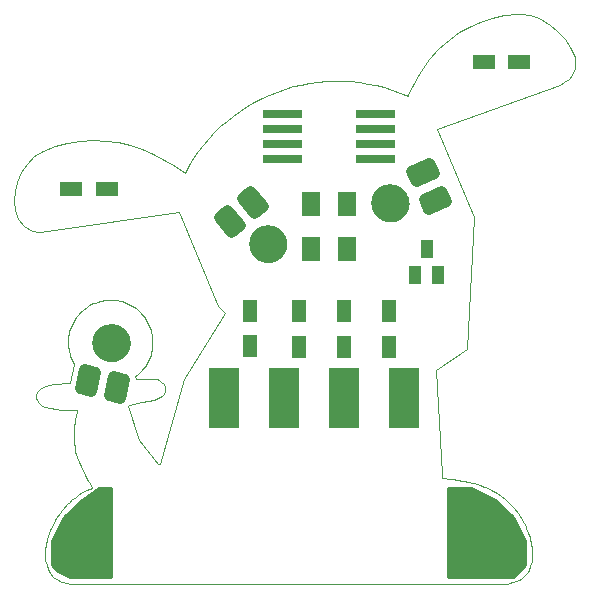
<source format=gbs>
G75*
G70*
%OFA0B0*%
%FSLAX24Y24*%
%IPPOS*%
%LPD*%
%AMOC8*
5,1,8,0,0,1.08239X$1,22.5*
%
%ADD10C,0.0000*%
%ADD11C,0.0100*%
%ADD12R,0.0462X0.0275*%
%ADD13R,0.0462X0.0275*%
%ADD14R,0.0910X0.0280*%
%ADD15C,0.1260*%
%ADD16C,0.0374*%
%ADD17R,0.1040X0.2040*%
%ADD18R,0.0749X0.0512*%
%ADD19R,0.0512X0.0749*%
%ADD20R,0.0631X0.0827*%
%ADD21R,0.0434X0.0591*%
D10*
X001382Y000617D02*
X001342Y000762D01*
X001315Y000858D01*
X001302Y000906D01*
X001299Y001092D01*
X001296Y001216D01*
X001295Y001278D01*
X001329Y001461D01*
X001352Y001583D01*
X001363Y001644D01*
X001427Y001821D01*
X001469Y001939D01*
X001491Y001998D01*
X001580Y002165D01*
X001640Y002277D01*
X001670Y002333D01*
X001784Y002488D01*
X001859Y002592D01*
X001897Y002643D01*
X002035Y002782D01*
X002126Y002875D01*
X002172Y002921D01*
X002331Y003039D01*
X002438Y003118D01*
X002491Y003157D01*
X002670Y003250D01*
X002789Y003311D01*
X002849Y003342D01*
X002774Y003482D01*
X002724Y003576D01*
X002698Y003623D01*
X002626Y003764D01*
X002578Y003858D01*
X002554Y003905D01*
X002487Y004049D01*
X002442Y004145D01*
X002420Y004192D01*
X002363Y004361D01*
X002325Y004474D01*
X002306Y004530D01*
X002278Y004705D01*
X002259Y004821D01*
X002249Y004879D01*
X002246Y005056D01*
X002245Y005174D01*
X002244Y005232D01*
X002264Y005408D01*
X002277Y005525D01*
X002283Y005584D01*
X002320Y005757D01*
X002345Y005873D01*
X002357Y005931D01*
X002323Y005931D01*
X002045Y005940D01*
X001760Y005946D01*
X001717Y005950D01*
X001591Y005968D01*
X001507Y005981D01*
X001464Y005987D01*
X001300Y006042D01*
X001190Y006079D01*
X001078Y006158D01*
X001028Y006248D01*
X000988Y006338D01*
X000988Y006448D01*
X001048Y006573D01*
X001158Y006668D01*
X001313Y006738D01*
X001548Y006788D01*
X002108Y006838D01*
X002258Y007468D01*
X002221Y007533D01*
X002188Y007600D01*
X002158Y007669D01*
X002132Y007739D01*
X002110Y007810D01*
X002092Y007883D01*
X002077Y007956D01*
X002066Y008030D01*
X002060Y008104D01*
X002057Y008179D01*
X002058Y008254D01*
X002064Y008328D01*
X002073Y008403D01*
X002086Y008476D01*
X002103Y008549D01*
X002124Y008621D01*
X002148Y008691D01*
X002176Y008761D01*
X002208Y008828D01*
X002244Y008894D01*
X002283Y008958D01*
X002325Y009020D01*
X002371Y009079D01*
X002419Y009136D01*
X002471Y009190D01*
X002525Y009241D01*
X002582Y009290D01*
X002641Y009335D01*
X002703Y009377D01*
X002767Y009416D01*
X002833Y009451D01*
X002901Y009483D01*
X002970Y009511D01*
X003041Y009536D01*
X003112Y009556D01*
X003185Y009573D01*
X003259Y009586D01*
X003333Y009595D01*
X003408Y009600D01*
X003483Y009601D01*
X003557Y009598D01*
X003632Y009591D01*
X003706Y009580D01*
X003779Y009566D01*
X003851Y009547D01*
X003923Y009525D01*
X003993Y009498D01*
X004061Y009468D01*
X004128Y009435D01*
X004193Y009398D01*
X004256Y009358D01*
X004317Y009314D01*
X004375Y009267D01*
X004431Y009217D01*
X004484Y009165D01*
X004534Y009109D01*
X004581Y009051D01*
X004625Y008991D01*
X004666Y008928D01*
X004703Y008863D01*
X004737Y008797D01*
X004767Y008728D01*
X004794Y008658D01*
X004817Y008587D01*
X004836Y008515D01*
X004851Y008442D01*
X004862Y008368D01*
X004869Y008293D01*
X004873Y008219D01*
X004872Y008144D01*
X004868Y008069D01*
X004859Y007995D01*
X004847Y007921D01*
X004830Y007848D01*
X004810Y007776D01*
X004786Y007706D01*
X004758Y007636D01*
X004727Y007568D01*
X004692Y007502D01*
X004654Y007438D01*
X004612Y007376D01*
X004567Y007316D01*
X004519Y007259D01*
X004468Y007204D01*
X004414Y007153D01*
X004357Y007104D01*
X004298Y007058D01*
X004308Y006968D01*
X004823Y006978D01*
X005008Y006958D01*
X005083Y006918D01*
X005173Y006878D01*
X005258Y006798D01*
X005298Y006688D01*
X005298Y006568D01*
X005258Y006468D01*
X005188Y006398D01*
X005068Y006328D01*
X004918Y006278D01*
X004538Y006198D01*
X004078Y006108D01*
X004058Y006078D01*
X004418Y004938D01*
X005068Y004128D01*
X005128Y004128D01*
X005908Y006958D01*
X006678Y008198D01*
X007288Y009178D01*
X007048Y009408D01*
X005758Y012538D01*
X001118Y011878D01*
X001098Y011878D01*
X000868Y011898D01*
X000588Y012068D01*
X000398Y012308D01*
X000288Y012588D01*
X000258Y012888D01*
X000288Y013218D01*
X000368Y013538D01*
X000428Y013698D01*
X000498Y013848D01*
X000678Y014138D01*
X000918Y014388D01*
X001218Y014568D01*
X001618Y014728D01*
X002028Y014838D01*
X002448Y014908D01*
X002868Y014928D01*
X002918Y014928D01*
X003308Y014908D01*
X003728Y014848D01*
X004128Y014748D01*
X004518Y014618D01*
X004888Y014468D01*
X005258Y014278D01*
X005608Y014068D01*
X005948Y013838D01*
X008108Y011468D02*
X008110Y011517D01*
X008116Y011566D01*
X008126Y011614D01*
X008139Y011661D01*
X008157Y011707D01*
X008178Y011751D01*
X008202Y011794D01*
X008230Y011834D01*
X008261Y011873D01*
X008295Y011908D01*
X008332Y011941D01*
X008371Y011970D01*
X008413Y011996D01*
X008456Y012019D01*
X008502Y012038D01*
X008548Y012054D01*
X008596Y012066D01*
X008644Y012074D01*
X008693Y012078D01*
X008743Y012078D01*
X008792Y012074D01*
X008840Y012066D01*
X008888Y012054D01*
X008934Y012038D01*
X008980Y012019D01*
X009023Y011996D01*
X009065Y011970D01*
X009104Y011941D01*
X009141Y011908D01*
X009175Y011873D01*
X009206Y011834D01*
X009234Y011794D01*
X009258Y011751D01*
X009279Y011707D01*
X009297Y011661D01*
X009310Y011614D01*
X009320Y011566D01*
X009326Y011517D01*
X009328Y011468D01*
X009326Y011419D01*
X009320Y011370D01*
X009310Y011322D01*
X009297Y011275D01*
X009279Y011229D01*
X009258Y011185D01*
X009234Y011142D01*
X009206Y011102D01*
X009175Y011063D01*
X009141Y011028D01*
X009104Y010995D01*
X009065Y010966D01*
X009023Y010940D01*
X008980Y010917D01*
X008934Y010898D01*
X008888Y010882D01*
X008840Y010870D01*
X008792Y010862D01*
X008743Y010858D01*
X008693Y010858D01*
X008644Y010862D01*
X008596Y010870D01*
X008548Y010882D01*
X008502Y010898D01*
X008456Y010917D01*
X008413Y010940D01*
X008371Y010966D01*
X008332Y010995D01*
X008295Y011028D01*
X008261Y011063D01*
X008230Y011102D01*
X008202Y011142D01*
X008178Y011185D01*
X008157Y011229D01*
X008139Y011275D01*
X008126Y011322D01*
X008116Y011370D01*
X008110Y011419D01*
X008108Y011468D01*
X005948Y013838D02*
X006084Y014082D01*
X006232Y014319D01*
X006391Y014549D01*
X006561Y014770D01*
X006741Y014983D01*
X006932Y015187D01*
X007133Y015382D01*
X007342Y015566D01*
X007561Y015740D01*
X007787Y015903D01*
X008022Y016055D01*
X008263Y016196D01*
X008511Y016324D01*
X008765Y016440D01*
X009024Y016544D01*
X009288Y016635D01*
X009557Y016713D01*
X009828Y016778D01*
X010103Y016830D01*
X010379Y016868D01*
X010657Y016892D01*
X010937Y016903D01*
X011216Y016901D01*
X011495Y016885D01*
X011772Y016855D01*
X012048Y016812D01*
X012322Y016755D01*
X012592Y016685D01*
X012859Y016603D01*
X013121Y016507D01*
X013378Y016398D01*
X013373Y016398D02*
X013768Y017138D01*
X014103Y017623D01*
X014388Y017953D01*
X014608Y018163D01*
X015078Y018513D01*
X015408Y018708D01*
X015798Y018878D01*
X016188Y019003D01*
X016583Y019088D01*
X017018Y019133D01*
X017168Y019133D01*
X017458Y019093D01*
X017748Y018988D01*
X018118Y018773D01*
X018368Y018573D01*
X018613Y018308D01*
X018803Y018038D01*
X018948Y017703D01*
X018958Y017323D01*
X018873Y017098D01*
X018763Y016963D01*
X018588Y016858D01*
X018448Y016768D01*
X014358Y015308D01*
X015578Y012378D01*
X015368Y007968D01*
X014328Y007268D01*
X014528Y003798D01*
X014508Y003678D01*
X014508Y003658D01*
X014809Y003625D01*
X014870Y003619D01*
X015052Y003590D01*
X015174Y003570D01*
X015234Y003561D01*
X015414Y003523D01*
X015534Y003497D01*
X015594Y003484D01*
X015789Y003421D01*
X015919Y003379D01*
X015984Y003358D01*
X016164Y003264D01*
X016283Y003202D01*
X016343Y003171D01*
X016502Y003051D01*
X016608Y002971D01*
X016661Y002932D01*
X016798Y002791D01*
X016889Y002698D01*
X016934Y002651D01*
X017048Y002495D01*
X017123Y002391D01*
X017161Y002339D01*
X017250Y002170D01*
X017310Y002058D01*
X017340Y002002D01*
X017403Y001824D01*
X017446Y001706D01*
X017467Y001647D01*
X017501Y001463D01*
X017524Y001340D01*
X017535Y001279D01*
X017533Y001093D01*
X017531Y000968D01*
X017530Y000906D01*
X017463Y000721D01*
X017419Y000597D01*
X017397Y000535D01*
X017250Y000392D01*
X017152Y000297D01*
X017103Y000250D01*
X016899Y000189D01*
X016762Y000148D01*
X016718Y000138D01*
X002158Y000138D01*
X001993Y000173D01*
X001885Y000191D01*
X001831Y000200D01*
X001694Y000283D01*
X001603Y000338D01*
X001558Y000366D01*
X001470Y000492D01*
X001411Y000575D01*
X001382Y000617D01*
X002894Y008177D02*
X002896Y008226D01*
X002902Y008275D01*
X002912Y008323D01*
X002925Y008370D01*
X002943Y008416D01*
X002964Y008460D01*
X002988Y008503D01*
X003016Y008543D01*
X003047Y008582D01*
X003081Y008617D01*
X003118Y008650D01*
X003157Y008679D01*
X003199Y008705D01*
X003242Y008728D01*
X003288Y008747D01*
X003334Y008763D01*
X003382Y008775D01*
X003430Y008783D01*
X003479Y008787D01*
X003529Y008787D01*
X003578Y008783D01*
X003626Y008775D01*
X003674Y008763D01*
X003720Y008747D01*
X003766Y008728D01*
X003809Y008705D01*
X003851Y008679D01*
X003890Y008650D01*
X003927Y008617D01*
X003961Y008582D01*
X003992Y008543D01*
X004020Y008503D01*
X004044Y008460D01*
X004065Y008416D01*
X004083Y008370D01*
X004096Y008323D01*
X004106Y008275D01*
X004112Y008226D01*
X004114Y008177D01*
X004112Y008128D01*
X004106Y008079D01*
X004096Y008031D01*
X004083Y007984D01*
X004065Y007938D01*
X004044Y007894D01*
X004020Y007851D01*
X003992Y007811D01*
X003961Y007772D01*
X003927Y007737D01*
X003890Y007704D01*
X003851Y007675D01*
X003809Y007649D01*
X003766Y007626D01*
X003720Y007607D01*
X003674Y007591D01*
X003626Y007579D01*
X003578Y007571D01*
X003529Y007567D01*
X003479Y007567D01*
X003430Y007571D01*
X003382Y007579D01*
X003334Y007591D01*
X003288Y007607D01*
X003242Y007626D01*
X003199Y007649D01*
X003157Y007675D01*
X003118Y007704D01*
X003081Y007737D01*
X003047Y007772D01*
X003016Y007811D01*
X002988Y007851D01*
X002964Y007894D01*
X002943Y007938D01*
X002925Y007984D01*
X002912Y008031D01*
X002902Y008079D01*
X002896Y008128D01*
X002894Y008177D01*
X012188Y012828D02*
X012190Y012877D01*
X012196Y012926D01*
X012206Y012974D01*
X012219Y013021D01*
X012237Y013067D01*
X012258Y013111D01*
X012282Y013154D01*
X012310Y013194D01*
X012341Y013233D01*
X012375Y013268D01*
X012412Y013301D01*
X012451Y013330D01*
X012493Y013356D01*
X012536Y013379D01*
X012582Y013398D01*
X012628Y013414D01*
X012676Y013426D01*
X012724Y013434D01*
X012773Y013438D01*
X012823Y013438D01*
X012872Y013434D01*
X012920Y013426D01*
X012968Y013414D01*
X013014Y013398D01*
X013060Y013379D01*
X013103Y013356D01*
X013145Y013330D01*
X013184Y013301D01*
X013221Y013268D01*
X013255Y013233D01*
X013286Y013194D01*
X013314Y013154D01*
X013338Y013111D01*
X013359Y013067D01*
X013377Y013021D01*
X013390Y012974D01*
X013400Y012926D01*
X013406Y012877D01*
X013408Y012828D01*
X013406Y012779D01*
X013400Y012730D01*
X013390Y012682D01*
X013377Y012635D01*
X013359Y012589D01*
X013338Y012545D01*
X013314Y012502D01*
X013286Y012462D01*
X013255Y012423D01*
X013221Y012388D01*
X013184Y012355D01*
X013145Y012326D01*
X013103Y012300D01*
X013060Y012277D01*
X013014Y012258D01*
X012968Y012242D01*
X012920Y012230D01*
X012872Y012222D01*
X012823Y012218D01*
X012773Y012218D01*
X012724Y012222D01*
X012676Y012230D01*
X012628Y012242D01*
X012582Y012258D01*
X012536Y012277D01*
X012493Y012300D01*
X012451Y012326D01*
X012412Y012355D01*
X012375Y012388D01*
X012341Y012423D01*
X012310Y012462D01*
X012282Y012502D01*
X012258Y012545D01*
X012237Y012589D01*
X012219Y012635D01*
X012206Y012682D01*
X012196Y012730D01*
X012190Y012779D01*
X012188Y012828D01*
D11*
X014719Y003332D02*
X014719Y000379D01*
X016884Y000379D01*
X017278Y000773D01*
X017278Y001560D01*
X016884Y002347D01*
X016294Y002938D01*
X015506Y003332D01*
X014719Y003332D01*
X014719Y003237D02*
X015695Y003237D01*
X015892Y003139D02*
X014719Y003139D01*
X014719Y003040D02*
X016089Y003040D01*
X016286Y002942D02*
X014719Y002942D01*
X014719Y002843D02*
X016388Y002843D01*
X016487Y002745D02*
X014719Y002745D01*
X014719Y002646D02*
X016585Y002646D01*
X016684Y002548D02*
X014719Y002548D01*
X014719Y002449D02*
X016782Y002449D01*
X016881Y002350D02*
X014719Y002350D01*
X014719Y002252D02*
X016932Y002252D01*
X016981Y002153D02*
X014719Y002153D01*
X014719Y002055D02*
X017030Y002055D01*
X017080Y001956D02*
X014719Y001956D01*
X014719Y001858D02*
X017129Y001858D01*
X017178Y001759D02*
X014719Y001759D01*
X014719Y001661D02*
X017227Y001661D01*
X017277Y001562D02*
X014719Y001562D01*
X014719Y001464D02*
X017278Y001464D01*
X017278Y001365D02*
X014719Y001365D01*
X014719Y001266D02*
X017278Y001266D01*
X017278Y001168D02*
X014719Y001168D01*
X014719Y001069D02*
X017278Y001069D01*
X017278Y000971D02*
X014719Y000971D01*
X014719Y000872D02*
X017278Y000872D01*
X017278Y000774D02*
X014719Y000774D01*
X014719Y000675D02*
X017180Y000675D01*
X017082Y000577D02*
X014719Y000577D01*
X014719Y000478D02*
X016983Y000478D01*
X016885Y000380D02*
X014719Y000380D01*
X003498Y000380D02*
X002119Y000380D01*
X002120Y000379D02*
X001727Y000576D01*
X001530Y000773D01*
X001530Y001560D01*
X001923Y002347D01*
X002514Y002938D01*
X003105Y003332D01*
X003498Y003332D01*
X003498Y000379D01*
X002120Y000379D01*
X001922Y000478D02*
X003498Y000478D01*
X003498Y000577D02*
X001726Y000577D01*
X001627Y000675D02*
X003498Y000675D01*
X003498Y000774D02*
X001530Y000774D01*
X001530Y000872D02*
X003498Y000872D01*
X003498Y000971D02*
X001530Y000971D01*
X001530Y001069D02*
X003498Y001069D01*
X003498Y001168D02*
X001530Y001168D01*
X001530Y001266D02*
X003498Y001266D01*
X003498Y001365D02*
X001530Y001365D01*
X001530Y001464D02*
X003498Y001464D01*
X003498Y001562D02*
X001531Y001562D01*
X001580Y001661D02*
X003498Y001661D01*
X003498Y001759D02*
X001629Y001759D01*
X001679Y001858D02*
X003498Y001858D01*
X003498Y001956D02*
X001728Y001956D01*
X001777Y002055D02*
X003498Y002055D01*
X003498Y002153D02*
X001826Y002153D01*
X001876Y002252D02*
X003498Y002252D01*
X003498Y002350D02*
X001927Y002350D01*
X002025Y002449D02*
X003498Y002449D01*
X003498Y002548D02*
X002124Y002548D01*
X002222Y002646D02*
X003498Y002646D01*
X003498Y002745D02*
X002321Y002745D01*
X002419Y002843D02*
X003498Y002843D01*
X003498Y002942D02*
X002520Y002942D01*
X002667Y003040D02*
X003498Y003040D01*
X003498Y003139D02*
X002815Y003139D01*
X002963Y003237D02*
X003498Y003237D01*
D12*
X008777Y014288D03*
D13*
X008777Y014788D03*
X008777Y015288D03*
X008777Y015788D03*
X012714Y015788D03*
X012714Y015288D03*
X012714Y014788D03*
X012714Y014288D03*
D14*
X012078Y014288D03*
X012078Y014788D03*
X012078Y015288D03*
X012078Y015788D03*
X009428Y015788D03*
X009428Y015288D03*
X009428Y014788D03*
X009428Y014288D03*
D15*
X008718Y011468D03*
X012798Y012828D03*
X003504Y008177D03*
D16*
X002811Y006567D02*
X002447Y006651D01*
X002593Y007283D01*
X002957Y007199D01*
X002811Y006567D01*
X002897Y006940D02*
X002514Y006940D01*
X003422Y006426D02*
X003786Y006342D01*
X003422Y006426D02*
X003568Y007058D01*
X003932Y006974D01*
X003786Y006342D01*
X003872Y006715D02*
X003489Y006715D01*
X007083Y012347D02*
X007370Y012588D01*
X007787Y012091D01*
X007500Y011850D01*
X007083Y012347D01*
X007187Y012223D02*
X007676Y012223D01*
X007849Y012990D02*
X008136Y013231D01*
X008553Y012734D01*
X008266Y012493D01*
X007849Y012990D01*
X007953Y012866D02*
X008442Y012866D01*
X014094Y014158D02*
X014246Y013817D01*
X013654Y013552D01*
X013502Y013893D01*
X014094Y014158D01*
X014198Y013925D02*
X013573Y013925D01*
X014500Y013244D02*
X014652Y012903D01*
X014060Y012638D01*
X013908Y012979D01*
X014500Y013244D01*
X014604Y013011D02*
X013979Y013011D01*
D17*
X013258Y006326D03*
X011258Y006326D03*
X009258Y006326D03*
X007258Y006326D03*
D18*
X003348Y013288D03*
X002168Y013288D03*
X015918Y017538D03*
X017098Y017538D03*
D19*
X012758Y009219D03*
X012758Y008039D03*
X011258Y008039D03*
X011258Y009219D03*
X009758Y009219D03*
X009758Y008039D03*
X008132Y008056D03*
X008132Y009237D03*
D20*
X010168Y011288D03*
X011349Y011288D03*
X011349Y012788D03*
X010168Y012788D03*
D21*
X013634Y010446D03*
X014382Y010446D03*
X014008Y011312D03*
M02*

</source>
